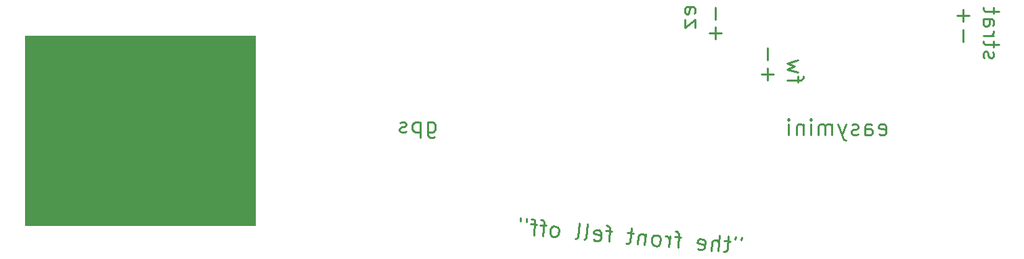
<source format=gbr>
%TF.GenerationSoftware,KiCad,Pcbnew,8.0.0*%
%TF.CreationDate,2024-10-27T16:20:46-07:00*%
%TF.ProjectId,sled,736c6564-2e6b-4696-9361-645f70636258,rev?*%
%TF.SameCoordinates,Original*%
%TF.FileFunction,Legend,Bot*%
%TF.FilePolarity,Positive*%
%FSLAX46Y46*%
G04 Gerber Fmt 4.6, Leading zero omitted, Abs format (unit mm)*
G04 Created by KiCad (PCBNEW 8.0.0) date 2024-10-27 16:20:46*
%MOMM*%
%LPD*%
G01*
G04 APERTURE LIST*
G04 Aperture macros list*
%AMHorizOval*
0 Thick line with rounded ends*
0 $1 width*
0 $2 $3 position (X,Y) of the first rounded end (center of the circle)*
0 $4 $5 position (X,Y) of the second rounded end (center of the circle)*
0 Add line between two ends*
20,1,$1,$2,$3,$4,$5,0*
0 Add two circle primitives to create the rounded ends*
1,1,$1,$2,$3*
1,1,$1,$4,$5*%
%AMRotRect*
0 Rectangle, with rotation*
0 The origin of the aperture is its center*
0 $1 length*
0 $2 width*
0 $3 Rotation angle, in degrees counterclockwise*
0 Add horizontal line*
21,1,$1,$2,0,0,$3*%
G04 Aperture macros list end*
%ADD10C,0.250000*%
%ADD11C,0.100000*%
%ADD12R,1.700000X1.700000*%
%ADD13O,1.700000X1.700000*%
%ADD14C,3.400000*%
%ADD15C,1.000000*%
%ADD16C,2.500000*%
%ADD17RotRect,1.700000X1.700000X95.000000*%
%ADD18HorizOval,1.700000X0.000000X0.000000X0.000000X0.000000X0*%
G04 APERTURE END LIST*
D10*
X149010983Y-62845050D02*
X149010983Y-62083146D01*
X147677649Y-62559336D02*
X149391935Y-62559336D01*
X149391935Y-62559336D02*
X149582411Y-62464098D01*
X149582411Y-62464098D02*
X149677649Y-62273622D01*
X149677649Y-62273622D02*
X149677649Y-62083146D01*
X149010983Y-61606955D02*
X147677649Y-61226003D01*
X147677649Y-61226003D02*
X148630030Y-60845050D01*
X148630030Y-60845050D02*
X147677649Y-60464098D01*
X147677649Y-60464098D02*
X149010983Y-60083146D01*
X145219666Y-62559336D02*
X145219666Y-61035527D01*
X144457761Y-61797431D02*
X145981571Y-61797431D01*
X145219666Y-60083146D02*
X145219666Y-58559337D01*
X136097112Y-54218768D02*
X136192350Y-54028292D01*
X136192350Y-54028292D02*
X136192350Y-53647339D01*
X136192350Y-53647339D02*
X136097112Y-53456863D01*
X136097112Y-53456863D02*
X135906635Y-53361625D01*
X135906635Y-53361625D02*
X135144731Y-53361625D01*
X135144731Y-53361625D02*
X134954254Y-53456863D01*
X134954254Y-53456863D02*
X134859016Y-53647339D01*
X134859016Y-53647339D02*
X134859016Y-54028292D01*
X134859016Y-54028292D02*
X134954254Y-54218768D01*
X134954254Y-54218768D02*
X135144731Y-54314006D01*
X135144731Y-54314006D02*
X135335207Y-54314006D01*
X135335207Y-54314006D02*
X135525683Y-53361625D01*
X134859016Y-54980673D02*
X134859016Y-56028292D01*
X134859016Y-56028292D02*
X136192350Y-54980673D01*
X136192350Y-54980673D02*
X136192350Y-56028292D01*
X138650333Y-53456863D02*
X138650333Y-54980673D01*
X138650333Y-55933053D02*
X138650333Y-57456863D01*
X139412238Y-56694958D02*
X137888428Y-56694958D01*
X172272888Y-59835901D02*
X172177649Y-59645425D01*
X172177649Y-59645425D02*
X172177649Y-59264473D01*
X172177649Y-59264473D02*
X172272888Y-59073996D01*
X172272888Y-59073996D02*
X172463364Y-58978758D01*
X172463364Y-58978758D02*
X172558602Y-58978758D01*
X172558602Y-58978758D02*
X172749078Y-59073996D01*
X172749078Y-59073996D02*
X172844316Y-59264473D01*
X172844316Y-59264473D02*
X172844316Y-59550187D01*
X172844316Y-59550187D02*
X172939554Y-59740663D01*
X172939554Y-59740663D02*
X173130030Y-59835901D01*
X173130030Y-59835901D02*
X173225268Y-59835901D01*
X173225268Y-59835901D02*
X173415745Y-59740663D01*
X173415745Y-59740663D02*
X173510983Y-59550187D01*
X173510983Y-59550187D02*
X173510983Y-59264473D01*
X173510983Y-59264473D02*
X173415745Y-59073996D01*
X173510983Y-58407329D02*
X173510983Y-57645425D01*
X174177649Y-58121615D02*
X172463364Y-58121615D01*
X172463364Y-58121615D02*
X172272888Y-58026377D01*
X172272888Y-58026377D02*
X172177649Y-57835901D01*
X172177649Y-57835901D02*
X172177649Y-57645425D01*
X172177649Y-56978758D02*
X173510983Y-56978758D01*
X173130030Y-56978758D02*
X173320507Y-56883520D01*
X173320507Y-56883520D02*
X173415745Y-56788282D01*
X173415745Y-56788282D02*
X173510983Y-56597806D01*
X173510983Y-56597806D02*
X173510983Y-56407329D01*
X172177649Y-54883520D02*
X173225268Y-54883520D01*
X173225268Y-54883520D02*
X173415745Y-54978758D01*
X173415745Y-54978758D02*
X173510983Y-55169234D01*
X173510983Y-55169234D02*
X173510983Y-55550187D01*
X173510983Y-55550187D02*
X173415745Y-55740663D01*
X172272888Y-54883520D02*
X172177649Y-55073996D01*
X172177649Y-55073996D02*
X172177649Y-55550187D01*
X172177649Y-55550187D02*
X172272888Y-55740663D01*
X172272888Y-55740663D02*
X172463364Y-55835901D01*
X172463364Y-55835901D02*
X172653840Y-55835901D01*
X172653840Y-55835901D02*
X172844316Y-55740663D01*
X172844316Y-55740663D02*
X172939554Y-55550187D01*
X172939554Y-55550187D02*
X172939554Y-55073996D01*
X172939554Y-55073996D02*
X173034792Y-54883520D01*
X173510983Y-54216853D02*
X173510983Y-53454949D01*
X174177649Y-53931139D02*
X172463364Y-53931139D01*
X172463364Y-53931139D02*
X172272888Y-53835901D01*
X172272888Y-53835901D02*
X172177649Y-53645425D01*
X172177649Y-53645425D02*
X172177649Y-53454949D01*
X169719666Y-57740662D02*
X169719666Y-56216853D01*
X169719666Y-55264472D02*
X169719666Y-53740663D01*
X168957761Y-54502567D02*
X170481571Y-54502567D01*
X102702193Y-67808904D02*
X102702193Y-69427952D01*
X102702193Y-69427952D02*
X102797431Y-69618428D01*
X102797431Y-69618428D02*
X102892669Y-69713666D01*
X102892669Y-69713666D02*
X103083146Y-69808904D01*
X103083146Y-69808904D02*
X103368860Y-69808904D01*
X103368860Y-69808904D02*
X103559336Y-69713666D01*
X102702193Y-69047000D02*
X102892669Y-69142238D01*
X102892669Y-69142238D02*
X103273622Y-69142238D01*
X103273622Y-69142238D02*
X103464098Y-69047000D01*
X103464098Y-69047000D02*
X103559336Y-68951761D01*
X103559336Y-68951761D02*
X103654574Y-68761285D01*
X103654574Y-68761285D02*
X103654574Y-68189857D01*
X103654574Y-68189857D02*
X103559336Y-67999380D01*
X103559336Y-67999380D02*
X103464098Y-67904142D01*
X103464098Y-67904142D02*
X103273622Y-67808904D01*
X103273622Y-67808904D02*
X102892669Y-67808904D01*
X102892669Y-67808904D02*
X102702193Y-67904142D01*
X101749812Y-67808904D02*
X101749812Y-69808904D01*
X101749812Y-67904142D02*
X101559336Y-67808904D01*
X101559336Y-67808904D02*
X101178383Y-67808904D01*
X101178383Y-67808904D02*
X100987907Y-67904142D01*
X100987907Y-67904142D02*
X100892669Y-67999380D01*
X100892669Y-67999380D02*
X100797431Y-68189857D01*
X100797431Y-68189857D02*
X100797431Y-68761285D01*
X100797431Y-68761285D02*
X100892669Y-68951761D01*
X100892669Y-68951761D02*
X100987907Y-69047000D01*
X100987907Y-69047000D02*
X101178383Y-69142238D01*
X101178383Y-69142238D02*
X101559336Y-69142238D01*
X101559336Y-69142238D02*
X101749812Y-69047000D01*
X100035526Y-69047000D02*
X99845050Y-69142238D01*
X99845050Y-69142238D02*
X99464098Y-69142238D01*
X99464098Y-69142238D02*
X99273621Y-69047000D01*
X99273621Y-69047000D02*
X99178383Y-68856523D01*
X99178383Y-68856523D02*
X99178383Y-68761285D01*
X99178383Y-68761285D02*
X99273621Y-68570809D01*
X99273621Y-68570809D02*
X99464098Y-68475571D01*
X99464098Y-68475571D02*
X99749812Y-68475571D01*
X99749812Y-68475571D02*
X99940288Y-68380333D01*
X99940288Y-68380333D02*
X100035526Y-68189857D01*
X100035526Y-68189857D02*
X100035526Y-68094619D01*
X100035526Y-68094619D02*
X99940288Y-67904142D01*
X99940288Y-67904142D02*
X99749812Y-67808904D01*
X99749812Y-67808904D02*
X99464098Y-67808904D01*
X99464098Y-67808904D02*
X99273621Y-67904142D01*
X159197431Y-69347000D02*
X159387907Y-69442238D01*
X159387907Y-69442238D02*
X159768860Y-69442238D01*
X159768860Y-69442238D02*
X159959336Y-69347000D01*
X159959336Y-69347000D02*
X160054574Y-69156523D01*
X160054574Y-69156523D02*
X160054574Y-68394619D01*
X160054574Y-68394619D02*
X159959336Y-68204142D01*
X159959336Y-68204142D02*
X159768860Y-68108904D01*
X159768860Y-68108904D02*
X159387907Y-68108904D01*
X159387907Y-68108904D02*
X159197431Y-68204142D01*
X159197431Y-68204142D02*
X159102193Y-68394619D01*
X159102193Y-68394619D02*
X159102193Y-68585095D01*
X159102193Y-68585095D02*
X160054574Y-68775571D01*
X157387907Y-69442238D02*
X157387907Y-68394619D01*
X157387907Y-68394619D02*
X157483145Y-68204142D01*
X157483145Y-68204142D02*
X157673621Y-68108904D01*
X157673621Y-68108904D02*
X158054574Y-68108904D01*
X158054574Y-68108904D02*
X158245050Y-68204142D01*
X157387907Y-69347000D02*
X157578383Y-69442238D01*
X157578383Y-69442238D02*
X158054574Y-69442238D01*
X158054574Y-69442238D02*
X158245050Y-69347000D01*
X158245050Y-69347000D02*
X158340288Y-69156523D01*
X158340288Y-69156523D02*
X158340288Y-68966047D01*
X158340288Y-68966047D02*
X158245050Y-68775571D01*
X158245050Y-68775571D02*
X158054574Y-68680333D01*
X158054574Y-68680333D02*
X157578383Y-68680333D01*
X157578383Y-68680333D02*
X157387907Y-68585095D01*
X156530764Y-69347000D02*
X156340288Y-69442238D01*
X156340288Y-69442238D02*
X155959336Y-69442238D01*
X155959336Y-69442238D02*
X155768859Y-69347000D01*
X155768859Y-69347000D02*
X155673621Y-69156523D01*
X155673621Y-69156523D02*
X155673621Y-69061285D01*
X155673621Y-69061285D02*
X155768859Y-68870809D01*
X155768859Y-68870809D02*
X155959336Y-68775571D01*
X155959336Y-68775571D02*
X156245050Y-68775571D01*
X156245050Y-68775571D02*
X156435526Y-68680333D01*
X156435526Y-68680333D02*
X156530764Y-68489857D01*
X156530764Y-68489857D02*
X156530764Y-68394619D01*
X156530764Y-68394619D02*
X156435526Y-68204142D01*
X156435526Y-68204142D02*
X156245050Y-68108904D01*
X156245050Y-68108904D02*
X155959336Y-68108904D01*
X155959336Y-68108904D02*
X155768859Y-68204142D01*
X155006954Y-68108904D02*
X154530764Y-69442238D01*
X154054573Y-68108904D02*
X154530764Y-69442238D01*
X154530764Y-69442238D02*
X154721240Y-69918428D01*
X154721240Y-69918428D02*
X154816478Y-70013666D01*
X154816478Y-70013666D02*
X155006954Y-70108904D01*
X153292668Y-69442238D02*
X153292668Y-68108904D01*
X153292668Y-68299380D02*
X153197430Y-68204142D01*
X153197430Y-68204142D02*
X153006954Y-68108904D01*
X153006954Y-68108904D02*
X152721239Y-68108904D01*
X152721239Y-68108904D02*
X152530763Y-68204142D01*
X152530763Y-68204142D02*
X152435525Y-68394619D01*
X152435525Y-68394619D02*
X152435525Y-69442238D01*
X152435525Y-68394619D02*
X152340287Y-68204142D01*
X152340287Y-68204142D02*
X152149811Y-68108904D01*
X152149811Y-68108904D02*
X151864097Y-68108904D01*
X151864097Y-68108904D02*
X151673620Y-68204142D01*
X151673620Y-68204142D02*
X151578382Y-68394619D01*
X151578382Y-68394619D02*
X151578382Y-69442238D01*
X150626001Y-69442238D02*
X150626001Y-68108904D01*
X150626001Y-67442238D02*
X150721239Y-67537476D01*
X150721239Y-67537476D02*
X150626001Y-67632714D01*
X150626001Y-67632714D02*
X150530763Y-67537476D01*
X150530763Y-67537476D02*
X150626001Y-67442238D01*
X150626001Y-67442238D02*
X150626001Y-67632714D01*
X149673620Y-68108904D02*
X149673620Y-69442238D01*
X149673620Y-68299380D02*
X149578382Y-68204142D01*
X149578382Y-68204142D02*
X149387906Y-68108904D01*
X149387906Y-68108904D02*
X149102191Y-68108904D01*
X149102191Y-68108904D02*
X148911715Y-68204142D01*
X148911715Y-68204142D02*
X148816477Y-68394619D01*
X148816477Y-68394619D02*
X148816477Y-69442238D01*
X147864096Y-69442238D02*
X147864096Y-68108904D01*
X147864096Y-67442238D02*
X147959334Y-67537476D01*
X147959334Y-67537476D02*
X147864096Y-67632714D01*
X147864096Y-67632714D02*
X147768858Y-67537476D01*
X147768858Y-67537476D02*
X147864096Y-67442238D01*
X147864096Y-67442238D02*
X147864096Y-67632714D01*
D11*
X52300000Y-57000000D02*
X81100000Y-57000000D01*
X81100000Y-80800000D01*
X52300000Y-80800000D01*
X52300000Y-57000000D01*
G36*
X52300000Y-57000000D02*
G01*
X81100000Y-57000000D01*
X81100000Y-80800000D01*
X52300000Y-80800000D01*
X52300000Y-57000000D01*
G37*
D10*
X141953427Y-82303292D02*
X141920224Y-82682795D01*
X141194421Y-82236888D02*
X141161219Y-82616390D01*
X140567063Y-82851214D02*
X139808057Y-82784810D01*
X140340539Y-82162183D02*
X140191130Y-83869945D01*
X140191130Y-83869945D02*
X140079653Y-84051396D01*
X140079653Y-84051396D02*
X139881601Y-84129671D01*
X139881601Y-84129671D02*
X139691850Y-84113069D01*
X139027720Y-84054966D02*
X139202031Y-82062576D01*
X138173839Y-83980261D02*
X138265145Y-82936628D01*
X138265145Y-82936628D02*
X138376621Y-82755177D01*
X138376621Y-82755177D02*
X138574673Y-82676903D01*
X138574673Y-82676903D02*
X138859300Y-82701804D01*
X138859300Y-82701804D02*
X139040751Y-82813281D01*
X139040751Y-82813281D02*
X139127326Y-82916457D01*
X136474377Y-83735975D02*
X136655828Y-83847452D01*
X136655828Y-83847452D02*
X137035330Y-83880654D01*
X137035330Y-83880654D02*
X137233382Y-83802380D01*
X137233382Y-83802380D02*
X137344859Y-83620929D01*
X137344859Y-83620929D02*
X137411263Y-82861923D01*
X137411263Y-82861923D02*
X137332989Y-82663871D01*
X137332989Y-82663871D02*
X137151538Y-82552395D01*
X137151538Y-82552395D02*
X136772035Y-82519192D01*
X136772035Y-82519192D02*
X136573983Y-82597467D01*
X136573983Y-82597467D02*
X136462506Y-82778918D01*
X136462506Y-82778918D02*
X136445905Y-82968669D01*
X136445905Y-82968669D02*
X137378061Y-83241426D01*
X134400142Y-82311679D02*
X133641137Y-82245274D01*
X133999308Y-83615037D02*
X134148717Y-81907274D01*
X134148717Y-81907274D02*
X134070443Y-81709222D01*
X134070443Y-81709222D02*
X133888992Y-81597746D01*
X133888992Y-81597746D02*
X133699241Y-81581144D01*
X132860799Y-83515430D02*
X132977007Y-82187170D01*
X132943805Y-82566673D02*
X132865530Y-82368621D01*
X132865530Y-82368621D02*
X132778955Y-82265445D01*
X132778955Y-82265445D02*
X132597504Y-82153968D01*
X132597504Y-82153968D02*
X132407753Y-82137367D01*
X131342789Y-83382621D02*
X131540841Y-83304347D01*
X131540841Y-83304347D02*
X131644017Y-83217772D01*
X131644017Y-83217772D02*
X131755494Y-83036321D01*
X131755494Y-83036321D02*
X131805297Y-82467067D01*
X131805297Y-82467067D02*
X131727022Y-82269015D01*
X131727022Y-82269015D02*
X131640447Y-82165838D01*
X131640447Y-82165838D02*
X131458996Y-82054362D01*
X131458996Y-82054362D02*
X131174369Y-82029460D01*
X131174369Y-82029460D02*
X130976317Y-82107735D01*
X130976317Y-82107735D02*
X130873141Y-82194310D01*
X130873141Y-82194310D02*
X130761664Y-82375761D01*
X130761664Y-82375761D02*
X130711861Y-82945015D01*
X130711861Y-82945015D02*
X130790136Y-83143067D01*
X130790136Y-83143067D02*
X130876711Y-83246243D01*
X130876711Y-83246243D02*
X131058162Y-83357720D01*
X131058162Y-83357720D02*
X131342789Y-83382621D01*
X129940985Y-81921553D02*
X129824778Y-83249812D01*
X129924384Y-82111304D02*
X129837809Y-82008128D01*
X129837809Y-82008128D02*
X129656358Y-81896651D01*
X129656358Y-81896651D02*
X129371731Y-81871750D01*
X129371731Y-81871750D02*
X129173679Y-81950024D01*
X129173679Y-81950024D02*
X129062202Y-82131475D01*
X129062202Y-82131475D02*
X128970896Y-83175108D01*
X128422974Y-81788744D02*
X127663969Y-81722340D01*
X128196451Y-81099713D02*
X128047041Y-82807475D01*
X128047041Y-82807475D02*
X127935564Y-82988926D01*
X127935564Y-82988926D02*
X127737512Y-83067200D01*
X127737512Y-83067200D02*
X127547761Y-83050599D01*
X125766455Y-81556329D02*
X125007449Y-81489924D01*
X125365620Y-82859687D02*
X125515030Y-81151924D01*
X125515030Y-81151924D02*
X125436755Y-80953872D01*
X125436755Y-80953872D02*
X125255304Y-80842396D01*
X125255304Y-80842396D02*
X125065553Y-80825795D01*
X123476407Y-82598800D02*
X123657858Y-82710277D01*
X123657858Y-82710277D02*
X124037360Y-82743479D01*
X124037360Y-82743479D02*
X124235412Y-82665205D01*
X124235412Y-82665205D02*
X124346889Y-82483754D01*
X124346889Y-82483754D02*
X124413293Y-81724748D01*
X124413293Y-81724748D02*
X124335019Y-81526696D01*
X124335019Y-81526696D02*
X124153568Y-81415220D01*
X124153568Y-81415220D02*
X123774065Y-81382017D01*
X123774065Y-81382017D02*
X123576013Y-81460292D01*
X123576013Y-81460292D02*
X123464537Y-81641743D01*
X123464537Y-81641743D02*
X123447936Y-81831494D01*
X123447936Y-81831494D02*
X124380091Y-82104251D01*
X122234722Y-82585769D02*
X122432774Y-82507494D01*
X122432774Y-82507494D02*
X122544251Y-82326043D01*
X122544251Y-82326043D02*
X122693661Y-80618281D01*
X121191090Y-82494463D02*
X121389142Y-82416188D01*
X121389142Y-82416188D02*
X121500618Y-82234737D01*
X121500618Y-82234737D02*
X121650028Y-80526975D01*
X118629446Y-82270348D02*
X118827498Y-82192073D01*
X118827498Y-82192073D02*
X118930674Y-82105498D01*
X118930674Y-82105498D02*
X119042151Y-81924047D01*
X119042151Y-81924047D02*
X119091954Y-81354793D01*
X119091954Y-81354793D02*
X119013679Y-81156741D01*
X119013679Y-81156741D02*
X118927104Y-81053565D01*
X118927104Y-81053565D02*
X118745653Y-80942088D01*
X118745653Y-80942088D02*
X118461026Y-80917187D01*
X118461026Y-80917187D02*
X118262974Y-80995461D01*
X118262974Y-80995461D02*
X118159798Y-81082036D01*
X118159798Y-81082036D02*
X118048321Y-81263487D01*
X118048321Y-81263487D02*
X117998518Y-81832741D01*
X117998518Y-81832741D02*
X118076793Y-82030793D01*
X118076793Y-82030793D02*
X118163368Y-82133969D01*
X118163368Y-82133969D02*
X118344819Y-82245446D01*
X118344819Y-82245446D02*
X118629446Y-82270348D01*
X117512269Y-80834181D02*
X116753264Y-80767777D01*
X117111434Y-82137539D02*
X117260844Y-80429777D01*
X117260844Y-80429777D02*
X117182570Y-80231725D01*
X117182570Y-80231725D02*
X117001119Y-80120248D01*
X117001119Y-80120248D02*
X116811368Y-80103647D01*
X116373761Y-80734575D02*
X115614756Y-80668170D01*
X115972926Y-82037933D02*
X116122336Y-80330170D01*
X116122336Y-80330170D02*
X116044062Y-80132118D01*
X116044062Y-80132118D02*
X115862611Y-80020642D01*
X115862611Y-80020642D02*
X115672859Y-80004040D01*
X115103605Y-79954237D02*
X115070403Y-80333740D01*
X114344600Y-79887833D02*
X114311398Y-80267336D01*
%LPC*%
D12*
%TO.C,SW1*%
X221828200Y-57962800D03*
D13*
X224368200Y-57962800D03*
X226908200Y-57962800D03*
X229448200Y-57962800D03*
%TD*%
D12*
%TO.C,J11*%
X152064800Y-73207800D03*
D13*
X154604800Y-73207800D03*
%TD*%
D14*
%TO.C,H7*%
X132943600Y-76860400D03*
%TD*%
D15*
%TO.C,H14*%
X236400000Y-68800000D03*
%TD*%
D12*
%TO.C,J2*%
X125196600Y-70332600D03*
D13*
X127736600Y-70332600D03*
X130276600Y-70332600D03*
X132816600Y-70332600D03*
%TD*%
D12*
%TO.C,J1*%
X122915600Y-63672800D03*
D13*
X125455600Y-63672800D03*
X127995600Y-63672800D03*
X130535600Y-63672800D03*
X133075600Y-63672800D03*
%TD*%
D12*
%TO.C,J10*%
X212115400Y-54249400D03*
D13*
X212115400Y-56789400D03*
%TD*%
D12*
%TO.C,J5*%
X152039400Y-66070400D03*
D13*
X154579400Y-66070400D03*
%TD*%
D16*
%TO.C,H1*%
X97358200Y-61061600D03*
%TD*%
D14*
%TO.C,H10*%
X138734800Y-75666600D03*
%TD*%
D12*
%TO.C,BT3*%
X141000000Y-56686200D03*
D13*
X141000000Y-54146200D03*
%TD*%
D12*
%TO.C,J4*%
X148902000Y-55346600D03*
D13*
X152302000Y-55346600D03*
X155702000Y-55346600D03*
X159102000Y-55346600D03*
%TD*%
D12*
%TO.C,BT1*%
X203454000Y-61742400D03*
D13*
X203454000Y-64282400D03*
%TD*%
D12*
%TO.C,J9*%
X192000000Y-54279800D03*
D13*
X192000000Y-56819800D03*
%TD*%
D14*
%TO.C,H5*%
X88595200Y-75514200D03*
%TD*%
D12*
%TO.C,BT2*%
X145000000Y-56775000D03*
D13*
X145000000Y-54235000D03*
%TD*%
D14*
%TO.C,H9*%
X164490400Y-62484000D03*
%TD*%
D12*
%TO.C,J8*%
X192100200Y-61666200D03*
D13*
X192100200Y-64206200D03*
%TD*%
D14*
%TO.C,H11*%
X183997600Y-59918600D03*
%TD*%
%TO.C,H13*%
X164541200Y-76454000D03*
%TD*%
%TO.C,H12*%
X184200800Y-76073000D03*
%TD*%
D12*
%TO.C,SW2*%
X221777400Y-54244400D03*
D13*
X224317400Y-54244400D03*
X226857400Y-54244400D03*
X229397400Y-54244400D03*
%TD*%
D16*
%TO.C,H2*%
X120650000Y-74559400D03*
%TD*%
D14*
%TO.C,H8*%
X138785600Y-59867800D03*
%TD*%
D12*
%TO.C,BT4*%
X167182800Y-56769000D03*
D13*
X167182800Y-54229000D03*
%TD*%
D16*
%TO.C,H3*%
X163000000Y-55092600D03*
%TD*%
D14*
%TO.C,H6*%
X113030000Y-61087000D03*
%TD*%
D16*
%TO.C,H4*%
X188500000Y-55118000D03*
%TD*%
D17*
%TO.C,J7*%
X118186200Y-63474600D03*
D18*
X120716536Y-63253224D03*
%TD*%
%LPD*%
M02*

</source>
